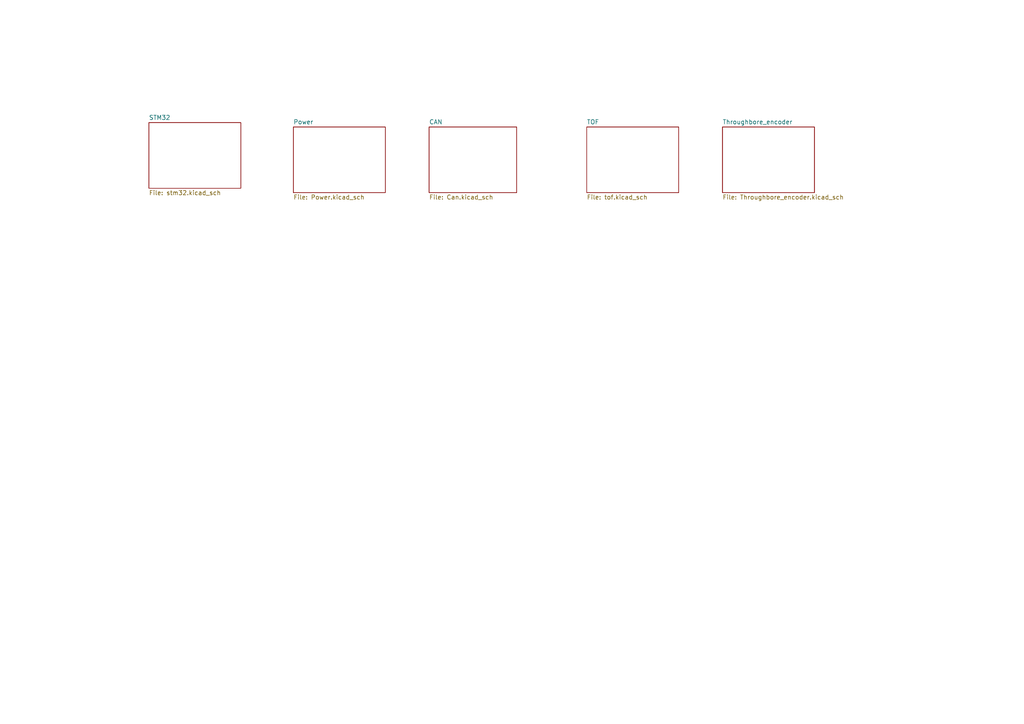
<source format=kicad_sch>
(kicad_sch
	(version 20250114)
	(generator "eeschema")
	(generator_version "9.0")
	(uuid "02469f38-8dce-42db-9cc0-6f91593a29cb")
	(paper "A4")
	(lib_symbols)
	(sheet
		(at 43.18 35.56)
		(size 26.67 19.05)
		(exclude_from_sim no)
		(in_bom yes)
		(on_board yes)
		(dnp no)
		(fields_autoplaced yes)
		(stroke
			(width 0.1524)
			(type solid)
		)
		(fill
			(color 0 0 0 0.0000)
		)
		(uuid "3d8ce9ec-ea5f-469a-8466-bdaa732c98d3")
		(property "Sheetname" "STM32"
			(at 43.18 34.8484 0)
			(effects
				(font
					(size 1.27 1.27)
				)
				(justify left bottom)
			)
		)
		(property "Sheetfile" "stm32.kicad_sch"
			(at 43.18 55.1946 0)
			(effects
				(font
					(size 1.27 1.27)
				)
				(justify left top)
			)
		)
		(instances
			(project "can_distance_sensor"
				(path "/02469f38-8dce-42db-9cc0-6f91593a29cb"
					(page "2")
				)
			)
		)
	)
	(sheet
		(at 124.46 36.83)
		(size 25.4 19.05)
		(exclude_from_sim no)
		(in_bom yes)
		(on_board yes)
		(dnp no)
		(fields_autoplaced yes)
		(stroke
			(width 0.1524)
			(type solid)
		)
		(fill
			(color 0 0 0 0.0000)
		)
		(uuid "569f5f97-4363-4571-9a71-d6bccfdbb5ea")
		(property "Sheetname" "CAN"
			(at 124.46 36.1184 0)
			(effects
				(font
					(size 1.27 1.27)
				)
				(justify left bottom)
			)
		)
		(property "Sheetfile" "Can.kicad_sch"
			(at 124.46 56.4646 0)
			(effects
				(font
					(size 1.27 1.27)
				)
				(justify left top)
			)
		)
		(instances
			(project "can_distance_sensor"
				(path "/02469f38-8dce-42db-9cc0-6f91593a29cb"
					(page "4")
				)
			)
		)
	)
	(sheet
		(at 209.55 36.83)
		(size 26.67 19.05)
		(exclude_from_sim no)
		(in_bom yes)
		(on_board yes)
		(dnp no)
		(fields_autoplaced yes)
		(stroke
			(width 0.1524)
			(type solid)
		)
		(fill
			(color 0 0 0 0.0000)
		)
		(uuid "59bb7ae2-db3f-482c-8aac-ebc5dce13aee")
		(property "Sheetname" "Throughbore_encoder"
			(at 209.55 36.1184 0)
			(effects
				(font
					(size 1.27 1.27)
				)
				(justify left bottom)
			)
		)
		(property "Sheetfile" "Throughbore_encoder.kicad_sch"
			(at 209.55 56.4646 0)
			(effects
				(font
					(size 1.27 1.27)
				)
				(justify left top)
			)
		)
		(instances
			(project "can_distance_sensor"
				(path "/02469f38-8dce-42db-9cc0-6f91593a29cb"
					(page "6")
				)
			)
		)
	)
	(sheet
		(at 170.18 36.83)
		(size 26.67 19.05)
		(exclude_from_sim no)
		(in_bom yes)
		(on_board yes)
		(dnp no)
		(fields_autoplaced yes)
		(stroke
			(width 0.1524)
			(type solid)
		)
		(fill
			(color 0 0 0 0.0000)
		)
		(uuid "7832ef23-281d-4125-bbc2-fe91901c8bb4")
		(property "Sheetname" "TOF"
			(at 170.18 36.1184 0)
			(effects
				(font
					(size 1.27 1.27)
				)
				(justify left bottom)
			)
		)
		(property "Sheetfile" "tof.kicad_sch"
			(at 170.18 56.4646 0)
			(effects
				(font
					(size 1.27 1.27)
				)
				(justify left top)
			)
		)
		(instances
			(project "can_distance_sensor"
				(path "/02469f38-8dce-42db-9cc0-6f91593a29cb"
					(page "5")
				)
			)
		)
	)
	(sheet
		(at 85.09 36.83)
		(size 26.67 19.05)
		(exclude_from_sim no)
		(in_bom yes)
		(on_board yes)
		(dnp no)
		(fields_autoplaced yes)
		(stroke
			(width 0.1524)
			(type solid)
		)
		(fill
			(color 0 0 0 0.0000)
		)
		(uuid "cfdc0141-1a33-4bb5-825d-9b87b62bf215")
		(property "Sheetname" "Power"
			(at 85.09 36.1184 0)
			(effects
				(font
					(size 1.27 1.27)
				)
				(justify left bottom)
			)
		)
		(property "Sheetfile" "Power.kicad_sch"
			(at 85.09 56.4646 0)
			(effects
				(font
					(size 1.27 1.27)
				)
				(justify left top)
			)
		)
		(instances
			(project "can_distance_sensor"
				(path "/02469f38-8dce-42db-9cc0-6f91593a29cb"
					(page "3")
				)
			)
		)
	)
	(sheet_instances
		(path "/"
			(page "1")
		)
	)
	(embedded_fonts no)
)

</source>
